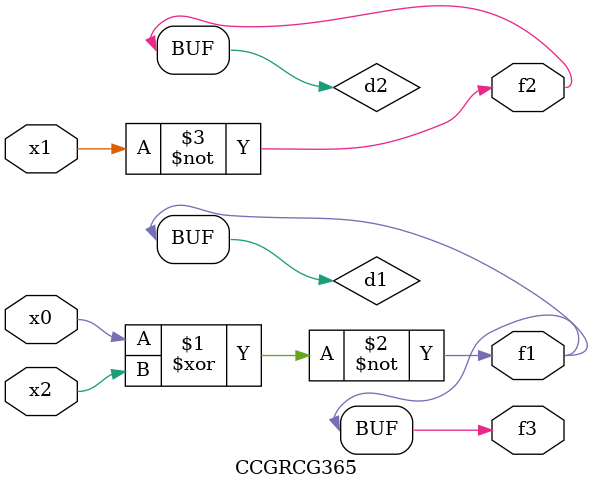
<source format=v>
module CCGRCG365(
	input x0, x1, x2,
	output f1, f2, f3
);

	wire d1, d2, d3;

	xnor (d1, x0, x2);
	nand (d2, x1);
	nor (d3, x1, x2);
	assign f1 = d1;
	assign f2 = d2;
	assign f3 = d1;
endmodule

</source>
